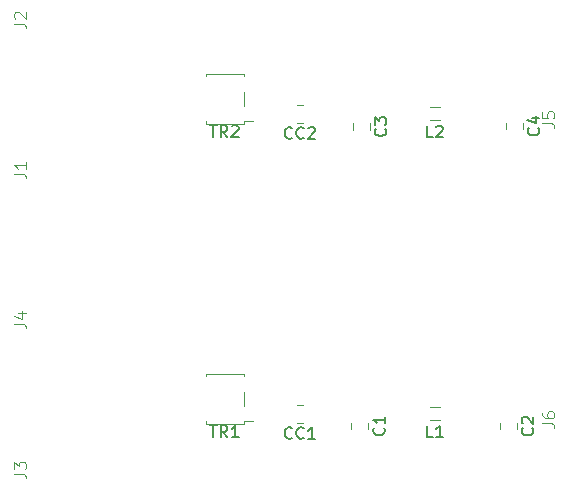
<source format=gbr>
%TF.GenerationSoftware,KiCad,Pcbnew,(5.1.9)-1*%
%TF.CreationDate,2021-02-07T20:20:07-05:00*%
%TF.ProjectId,BalunAndLowPass,42616c75-6e41-46e6-944c-6f7750617373,rev?*%
%TF.SameCoordinates,Original*%
%TF.FileFunction,Legend,Top*%
%TF.FilePolarity,Positive*%
%FSLAX46Y46*%
G04 Gerber Fmt 4.6, Leading zero omitted, Abs format (unit mm)*
G04 Created by KiCad (PCBNEW (5.1.9)-1) date 2021-02-07 20:20:07*
%MOMM*%
%LPD*%
G01*
G04 APERTURE LIST*
%ADD10C,0.120000*%
%ADD11C,0.150000*%
%ADD12C,0.015000*%
G04 APERTURE END LIST*
D10*
%TO.C,TR2*%
X72060000Y-70480000D02*
X72060000Y-70680000D01*
X72060000Y-70680000D02*
X75260000Y-70680000D01*
X75260000Y-70680000D02*
X75260000Y-70480000D01*
X75260000Y-70480000D02*
X76060000Y-70480000D01*
X75260000Y-69180000D02*
X75260000Y-67980000D01*
X75260000Y-66680000D02*
X75260000Y-66480000D01*
X75260000Y-66480000D02*
X72060000Y-66480000D01*
X72060000Y-66480000D02*
X72060000Y-66680000D01*
%TO.C,TR1*%
X72060000Y-95880000D02*
X72060000Y-96080000D01*
X72060000Y-96080000D02*
X75260000Y-96080000D01*
X75260000Y-96080000D02*
X75260000Y-95880000D01*
X75260000Y-95880000D02*
X76060000Y-95880000D01*
X75260000Y-94580000D02*
X75260000Y-93380000D01*
X75260000Y-92080000D02*
X75260000Y-91880000D01*
X75260000Y-91880000D02*
X72060000Y-91880000D01*
X72060000Y-91880000D02*
X72060000Y-92080000D01*
%TO.C,L2*%
X91839622Y-69290000D02*
X91040378Y-69290000D01*
X91839622Y-70410000D02*
X91040378Y-70410000D01*
%TO.C,L1*%
X91839622Y-94690000D02*
X91040378Y-94690000D01*
X91839622Y-95810000D02*
X91040378Y-95810000D01*
%TO.C,CC2*%
X80271252Y-69115000D02*
X79748748Y-69115000D01*
X80271252Y-70585000D02*
X79748748Y-70585000D01*
%TO.C,CC1*%
X80271252Y-94515000D02*
X79748748Y-94515000D01*
X80271252Y-95985000D02*
X79748748Y-95985000D01*
%TO.C,C4*%
X97436000Y-70604748D02*
X97436000Y-71127252D01*
X98906000Y-70604748D02*
X98906000Y-71127252D01*
%TO.C,C3*%
X84482000Y-70665748D02*
X84482000Y-71188252D01*
X85952000Y-70665748D02*
X85952000Y-71188252D01*
%TO.C,C2*%
X96928000Y-96004748D02*
X96928000Y-96527252D01*
X98398000Y-96004748D02*
X98398000Y-96527252D01*
%TO.C,C1*%
X84355000Y-96004748D02*
X84355000Y-96527252D01*
X85825000Y-96004748D02*
X85825000Y-96527252D01*
%TO.C,TR2*%
D11*
X72398095Y-70826380D02*
X72969523Y-70826380D01*
X72683809Y-71826380D02*
X72683809Y-70826380D01*
X73874285Y-71826380D02*
X73540952Y-71350190D01*
X73302857Y-71826380D02*
X73302857Y-70826380D01*
X73683809Y-70826380D01*
X73779047Y-70874000D01*
X73826666Y-70921619D01*
X73874285Y-71016857D01*
X73874285Y-71159714D01*
X73826666Y-71254952D01*
X73779047Y-71302571D01*
X73683809Y-71350190D01*
X73302857Y-71350190D01*
X74255238Y-70921619D02*
X74302857Y-70874000D01*
X74398095Y-70826380D01*
X74636190Y-70826380D01*
X74731428Y-70874000D01*
X74779047Y-70921619D01*
X74826666Y-71016857D01*
X74826666Y-71112095D01*
X74779047Y-71254952D01*
X74207619Y-71826380D01*
X74826666Y-71826380D01*
%TO.C,TR1*%
X72398095Y-96226380D02*
X72969523Y-96226380D01*
X72683809Y-97226380D02*
X72683809Y-96226380D01*
X73874285Y-97226380D02*
X73540952Y-96750190D01*
X73302857Y-97226380D02*
X73302857Y-96226380D01*
X73683809Y-96226380D01*
X73779047Y-96274000D01*
X73826666Y-96321619D01*
X73874285Y-96416857D01*
X73874285Y-96559714D01*
X73826666Y-96654952D01*
X73779047Y-96702571D01*
X73683809Y-96750190D01*
X73302857Y-96750190D01*
X74826666Y-97226380D02*
X74255238Y-97226380D01*
X74540952Y-97226380D02*
X74540952Y-96226380D01*
X74445714Y-96369238D01*
X74350476Y-96464476D01*
X74255238Y-96512095D01*
%TO.C,L2*%
X91273333Y-71852380D02*
X90797142Y-71852380D01*
X90797142Y-70852380D01*
X91559047Y-70947619D02*
X91606666Y-70900000D01*
X91701904Y-70852380D01*
X91940000Y-70852380D01*
X92035238Y-70900000D01*
X92082857Y-70947619D01*
X92130476Y-71042857D01*
X92130476Y-71138095D01*
X92082857Y-71280952D01*
X91511428Y-71852380D01*
X92130476Y-71852380D01*
%TO.C,L1*%
X91273333Y-97252380D02*
X90797142Y-97252380D01*
X90797142Y-96252380D01*
X92130476Y-97252380D02*
X91559047Y-97252380D01*
X91844761Y-97252380D02*
X91844761Y-96252380D01*
X91749523Y-96395238D01*
X91654285Y-96490476D01*
X91559047Y-96538095D01*
%TO.C,J6*%
D12*
X100557710Y-96051383D02*
X101271996Y-96051383D01*
X101414853Y-96099002D01*
X101510091Y-96194240D01*
X101557710Y-96337097D01*
X101557710Y-96432335D01*
X100557710Y-95146621D02*
X100557710Y-95337097D01*
X100605330Y-95432335D01*
X100652949Y-95479954D01*
X100795806Y-95575192D01*
X100986282Y-95622811D01*
X101367234Y-95622811D01*
X101462472Y-95575192D01*
X101510091Y-95527573D01*
X101557710Y-95432335D01*
X101557710Y-95241859D01*
X101510091Y-95146621D01*
X101462472Y-95099002D01*
X101367234Y-95051383D01*
X101129139Y-95051383D01*
X101033901Y-95099002D01*
X100986282Y-95146621D01*
X100938663Y-95241859D01*
X100938663Y-95432335D01*
X100986282Y-95527573D01*
X101033901Y-95575192D01*
X101129139Y-95622811D01*
%TO.C,J5*%
X100557710Y-70651383D02*
X101271996Y-70651383D01*
X101414853Y-70699002D01*
X101510091Y-70794240D01*
X101557710Y-70937097D01*
X101557710Y-71032335D01*
X100557710Y-69699002D02*
X100557710Y-70175192D01*
X101033901Y-70222811D01*
X100986282Y-70175192D01*
X100938663Y-70079954D01*
X100938663Y-69841859D01*
X100986282Y-69746621D01*
X101033901Y-69699002D01*
X101129139Y-69651383D01*
X101367234Y-69651383D01*
X101462472Y-69699002D01*
X101510091Y-69746621D01*
X101557710Y-69841859D01*
X101557710Y-70079954D01*
X101510091Y-70175192D01*
X101462472Y-70222811D01*
%TO.C,J4*%
X55827050Y-87622283D02*
X56541336Y-87622283D01*
X56684193Y-87669902D01*
X56779431Y-87765140D01*
X56827050Y-87907997D01*
X56827050Y-88003235D01*
X56160384Y-86717521D02*
X56827050Y-86717521D01*
X55779431Y-86955616D02*
X56493717Y-87193711D01*
X56493717Y-86574664D01*
%TO.C,J3*%
X55827050Y-100322283D02*
X56541336Y-100322283D01*
X56684193Y-100369902D01*
X56779431Y-100465140D01*
X56827050Y-100607997D01*
X56827050Y-100703235D01*
X55827050Y-99941330D02*
X55827050Y-99322283D01*
X56208003Y-99655616D01*
X56208003Y-99512759D01*
X56255622Y-99417521D01*
X56303241Y-99369902D01*
X56398479Y-99322283D01*
X56636574Y-99322283D01*
X56731812Y-99369902D01*
X56779431Y-99417521D01*
X56827050Y-99512759D01*
X56827050Y-99798473D01*
X56779431Y-99893711D01*
X56731812Y-99941330D01*
%TO.C,J2*%
X55827050Y-62222283D02*
X56541336Y-62222283D01*
X56684193Y-62269902D01*
X56779431Y-62365140D01*
X56827050Y-62507997D01*
X56827050Y-62603235D01*
X55922289Y-61793711D02*
X55874670Y-61746092D01*
X55827050Y-61650854D01*
X55827050Y-61412759D01*
X55874670Y-61317521D01*
X55922289Y-61269902D01*
X56017527Y-61222283D01*
X56112765Y-61222283D01*
X56255622Y-61269902D01*
X56827050Y-61841330D01*
X56827050Y-61222283D01*
%TO.C,J1*%
X55827050Y-74922283D02*
X56541336Y-74922283D01*
X56684193Y-74969902D01*
X56779431Y-75065140D01*
X56827050Y-75207997D01*
X56827050Y-75303235D01*
X56827050Y-73922283D02*
X56827050Y-74493711D01*
X56827050Y-74207997D02*
X55827050Y-74207997D01*
X55969908Y-74303235D01*
X56065146Y-74398473D01*
X56112765Y-74493711D01*
%TO.C,CC2*%
D11*
X79343333Y-71887142D02*
X79295714Y-71934761D01*
X79152857Y-71982380D01*
X79057619Y-71982380D01*
X78914761Y-71934761D01*
X78819523Y-71839523D01*
X78771904Y-71744285D01*
X78724285Y-71553809D01*
X78724285Y-71410952D01*
X78771904Y-71220476D01*
X78819523Y-71125238D01*
X78914761Y-71030000D01*
X79057619Y-70982380D01*
X79152857Y-70982380D01*
X79295714Y-71030000D01*
X79343333Y-71077619D01*
X80343333Y-71887142D02*
X80295714Y-71934761D01*
X80152857Y-71982380D01*
X80057619Y-71982380D01*
X79914761Y-71934761D01*
X79819523Y-71839523D01*
X79771904Y-71744285D01*
X79724285Y-71553809D01*
X79724285Y-71410952D01*
X79771904Y-71220476D01*
X79819523Y-71125238D01*
X79914761Y-71030000D01*
X80057619Y-70982380D01*
X80152857Y-70982380D01*
X80295714Y-71030000D01*
X80343333Y-71077619D01*
X80724285Y-71077619D02*
X80771904Y-71030000D01*
X80867142Y-70982380D01*
X81105238Y-70982380D01*
X81200476Y-71030000D01*
X81248095Y-71077619D01*
X81295714Y-71172857D01*
X81295714Y-71268095D01*
X81248095Y-71410952D01*
X80676666Y-71982380D01*
X81295714Y-71982380D01*
%TO.C,CC1*%
X79343333Y-97287142D02*
X79295714Y-97334761D01*
X79152857Y-97382380D01*
X79057619Y-97382380D01*
X78914761Y-97334761D01*
X78819523Y-97239523D01*
X78771904Y-97144285D01*
X78724285Y-96953809D01*
X78724285Y-96810952D01*
X78771904Y-96620476D01*
X78819523Y-96525238D01*
X78914761Y-96430000D01*
X79057619Y-96382380D01*
X79152857Y-96382380D01*
X79295714Y-96430000D01*
X79343333Y-96477619D01*
X80343333Y-97287142D02*
X80295714Y-97334761D01*
X80152857Y-97382380D01*
X80057619Y-97382380D01*
X79914761Y-97334761D01*
X79819523Y-97239523D01*
X79771904Y-97144285D01*
X79724285Y-96953809D01*
X79724285Y-96810952D01*
X79771904Y-96620476D01*
X79819523Y-96525238D01*
X79914761Y-96430000D01*
X80057619Y-96382380D01*
X80152857Y-96382380D01*
X80295714Y-96430000D01*
X80343333Y-96477619D01*
X81295714Y-97382380D02*
X80724285Y-97382380D01*
X81010000Y-97382380D02*
X81010000Y-96382380D01*
X80914761Y-96525238D01*
X80819523Y-96620476D01*
X80724285Y-96668095D01*
%TO.C,C4*%
X100208142Y-71032666D02*
X100255761Y-71080285D01*
X100303380Y-71223142D01*
X100303380Y-71318380D01*
X100255761Y-71461238D01*
X100160523Y-71556476D01*
X100065285Y-71604095D01*
X99874809Y-71651714D01*
X99731952Y-71651714D01*
X99541476Y-71604095D01*
X99446238Y-71556476D01*
X99351000Y-71461238D01*
X99303380Y-71318380D01*
X99303380Y-71223142D01*
X99351000Y-71080285D01*
X99398619Y-71032666D01*
X99636714Y-70175523D02*
X100303380Y-70175523D01*
X99255761Y-70413619D02*
X99970047Y-70651714D01*
X99970047Y-70032666D01*
%TO.C,C3*%
X87254142Y-71093666D02*
X87301761Y-71141285D01*
X87349380Y-71284142D01*
X87349380Y-71379380D01*
X87301761Y-71522238D01*
X87206523Y-71617476D01*
X87111285Y-71665095D01*
X86920809Y-71712714D01*
X86777952Y-71712714D01*
X86587476Y-71665095D01*
X86492238Y-71617476D01*
X86397000Y-71522238D01*
X86349380Y-71379380D01*
X86349380Y-71284142D01*
X86397000Y-71141285D01*
X86444619Y-71093666D01*
X86349380Y-70760333D02*
X86349380Y-70141285D01*
X86730333Y-70474619D01*
X86730333Y-70331761D01*
X86777952Y-70236523D01*
X86825571Y-70188904D01*
X86920809Y-70141285D01*
X87158904Y-70141285D01*
X87254142Y-70188904D01*
X87301761Y-70236523D01*
X87349380Y-70331761D01*
X87349380Y-70617476D01*
X87301761Y-70712714D01*
X87254142Y-70760333D01*
%TO.C,C2*%
X99700142Y-96432666D02*
X99747761Y-96480285D01*
X99795380Y-96623142D01*
X99795380Y-96718380D01*
X99747761Y-96861238D01*
X99652523Y-96956476D01*
X99557285Y-97004095D01*
X99366809Y-97051714D01*
X99223952Y-97051714D01*
X99033476Y-97004095D01*
X98938238Y-96956476D01*
X98843000Y-96861238D01*
X98795380Y-96718380D01*
X98795380Y-96623142D01*
X98843000Y-96480285D01*
X98890619Y-96432666D01*
X98890619Y-96051714D02*
X98843000Y-96004095D01*
X98795380Y-95908857D01*
X98795380Y-95670761D01*
X98843000Y-95575523D01*
X98890619Y-95527904D01*
X98985857Y-95480285D01*
X99081095Y-95480285D01*
X99223952Y-95527904D01*
X99795380Y-96099333D01*
X99795380Y-95480285D01*
%TO.C,C1*%
X87127142Y-96432666D02*
X87174761Y-96480285D01*
X87222380Y-96623142D01*
X87222380Y-96718380D01*
X87174761Y-96861238D01*
X87079523Y-96956476D01*
X86984285Y-97004095D01*
X86793809Y-97051714D01*
X86650952Y-97051714D01*
X86460476Y-97004095D01*
X86365238Y-96956476D01*
X86270000Y-96861238D01*
X86222380Y-96718380D01*
X86222380Y-96623142D01*
X86270000Y-96480285D01*
X86317619Y-96432666D01*
X87222380Y-95480285D02*
X87222380Y-96051714D01*
X87222380Y-95766000D02*
X86222380Y-95766000D01*
X86365238Y-95861238D01*
X86460476Y-95956476D01*
X86508095Y-96051714D01*
%TD*%
M02*

</source>
